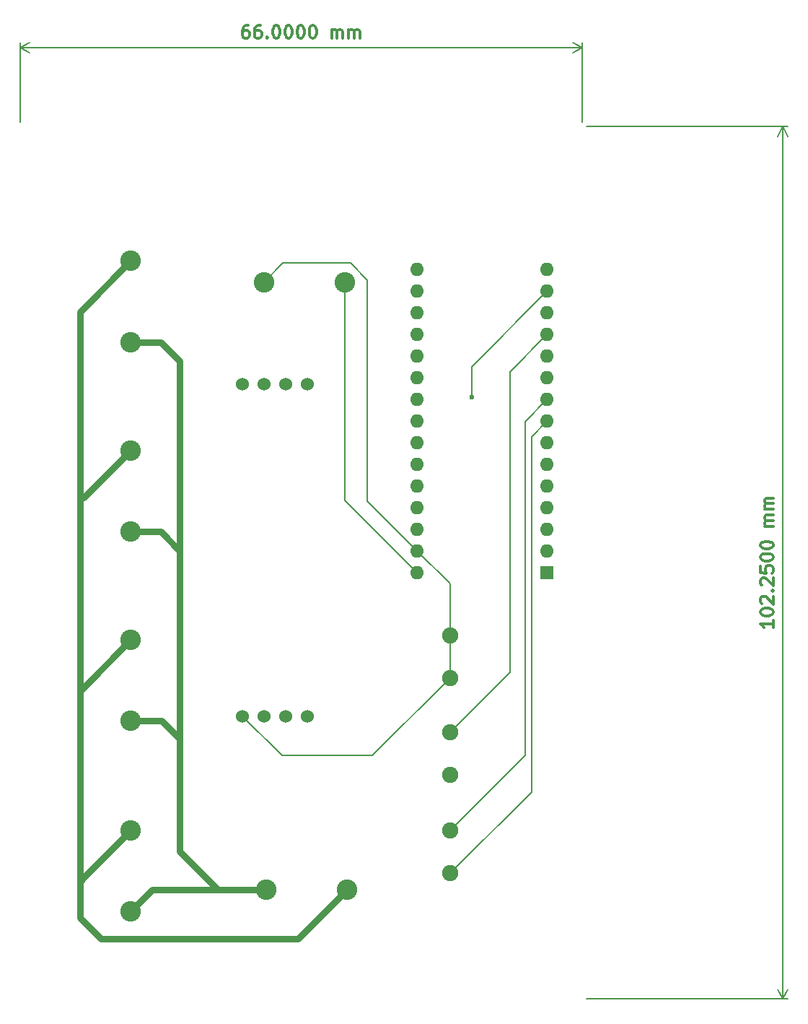
<source format=gbr>
%TF.GenerationSoftware,KiCad,Pcbnew,8.0.2-1*%
%TF.CreationDate,2024-11-16T17:54:22-05:00*%
%TF.ProjectId,JB_PCB,4a425f50-4342-42e6-9b69-6361645f7063,rev?*%
%TF.SameCoordinates,Original*%
%TF.FileFunction,Copper,L1,Top*%
%TF.FilePolarity,Positive*%
%FSLAX46Y46*%
G04 Gerber Fmt 4.6, Leading zero omitted, Abs format (unit mm)*
G04 Created by KiCad (PCBNEW 8.0.2-1) date 2024-11-16 17:54:22*
%MOMM*%
%LPD*%
G01*
G04 APERTURE LIST*
%ADD10C,0.300000*%
%TA.AperFunction,NonConductor*%
%ADD11C,0.300000*%
%TD*%
%TA.AperFunction,NonConductor*%
%ADD12C,0.200000*%
%TD*%
%TA.AperFunction,ComponentPad*%
%ADD13C,1.905000*%
%TD*%
%TA.AperFunction,ComponentPad*%
%ADD14C,1.524000*%
%TD*%
%TA.AperFunction,ComponentPad*%
%ADD15C,2.413000*%
%TD*%
%TA.AperFunction,ComponentPad*%
%ADD16O,1.600000X1.600000*%
%TD*%
%TA.AperFunction,ComponentPad*%
%ADD17R,1.600000X1.600000*%
%TD*%
%TA.AperFunction,ViaPad*%
%ADD18C,0.600000*%
%TD*%
%TA.AperFunction,Conductor*%
%ADD19C,0.200000*%
%TD*%
%TA.AperFunction,Conductor*%
%ADD20C,0.800000*%
%TD*%
G04 APERTURE END LIST*
D10*
D11*
X129285716Y-31628329D02*
X129000001Y-31628329D01*
X129000001Y-31628329D02*
X128857144Y-31699758D01*
X128857144Y-31699758D02*
X128785716Y-31771186D01*
X128785716Y-31771186D02*
X128642858Y-31985472D01*
X128642858Y-31985472D02*
X128571430Y-32271186D01*
X128571430Y-32271186D02*
X128571430Y-32842615D01*
X128571430Y-32842615D02*
X128642858Y-32985472D01*
X128642858Y-32985472D02*
X128714287Y-33056901D01*
X128714287Y-33056901D02*
X128857144Y-33128329D01*
X128857144Y-33128329D02*
X129142858Y-33128329D01*
X129142858Y-33128329D02*
X129285716Y-33056901D01*
X129285716Y-33056901D02*
X129357144Y-32985472D01*
X129357144Y-32985472D02*
X129428573Y-32842615D01*
X129428573Y-32842615D02*
X129428573Y-32485472D01*
X129428573Y-32485472D02*
X129357144Y-32342615D01*
X129357144Y-32342615D02*
X129285716Y-32271186D01*
X129285716Y-32271186D02*
X129142858Y-32199758D01*
X129142858Y-32199758D02*
X128857144Y-32199758D01*
X128857144Y-32199758D02*
X128714287Y-32271186D01*
X128714287Y-32271186D02*
X128642858Y-32342615D01*
X128642858Y-32342615D02*
X128571430Y-32485472D01*
X130714287Y-31628329D02*
X130428572Y-31628329D01*
X130428572Y-31628329D02*
X130285715Y-31699758D01*
X130285715Y-31699758D02*
X130214287Y-31771186D01*
X130214287Y-31771186D02*
X130071429Y-31985472D01*
X130071429Y-31985472D02*
X130000001Y-32271186D01*
X130000001Y-32271186D02*
X130000001Y-32842615D01*
X130000001Y-32842615D02*
X130071429Y-32985472D01*
X130071429Y-32985472D02*
X130142858Y-33056901D01*
X130142858Y-33056901D02*
X130285715Y-33128329D01*
X130285715Y-33128329D02*
X130571429Y-33128329D01*
X130571429Y-33128329D02*
X130714287Y-33056901D01*
X130714287Y-33056901D02*
X130785715Y-32985472D01*
X130785715Y-32985472D02*
X130857144Y-32842615D01*
X130857144Y-32842615D02*
X130857144Y-32485472D01*
X130857144Y-32485472D02*
X130785715Y-32342615D01*
X130785715Y-32342615D02*
X130714287Y-32271186D01*
X130714287Y-32271186D02*
X130571429Y-32199758D01*
X130571429Y-32199758D02*
X130285715Y-32199758D01*
X130285715Y-32199758D02*
X130142858Y-32271186D01*
X130142858Y-32271186D02*
X130071429Y-32342615D01*
X130071429Y-32342615D02*
X130000001Y-32485472D01*
X131500000Y-32985472D02*
X131571429Y-33056901D01*
X131571429Y-33056901D02*
X131500000Y-33128329D01*
X131500000Y-33128329D02*
X131428572Y-33056901D01*
X131428572Y-33056901D02*
X131500000Y-32985472D01*
X131500000Y-32985472D02*
X131500000Y-33128329D01*
X132500001Y-31628329D02*
X132642858Y-31628329D01*
X132642858Y-31628329D02*
X132785715Y-31699758D01*
X132785715Y-31699758D02*
X132857144Y-31771186D01*
X132857144Y-31771186D02*
X132928572Y-31914043D01*
X132928572Y-31914043D02*
X133000001Y-32199758D01*
X133000001Y-32199758D02*
X133000001Y-32556901D01*
X133000001Y-32556901D02*
X132928572Y-32842615D01*
X132928572Y-32842615D02*
X132857144Y-32985472D01*
X132857144Y-32985472D02*
X132785715Y-33056901D01*
X132785715Y-33056901D02*
X132642858Y-33128329D01*
X132642858Y-33128329D02*
X132500001Y-33128329D01*
X132500001Y-33128329D02*
X132357144Y-33056901D01*
X132357144Y-33056901D02*
X132285715Y-32985472D01*
X132285715Y-32985472D02*
X132214286Y-32842615D01*
X132214286Y-32842615D02*
X132142858Y-32556901D01*
X132142858Y-32556901D02*
X132142858Y-32199758D01*
X132142858Y-32199758D02*
X132214286Y-31914043D01*
X132214286Y-31914043D02*
X132285715Y-31771186D01*
X132285715Y-31771186D02*
X132357144Y-31699758D01*
X132357144Y-31699758D02*
X132500001Y-31628329D01*
X133928572Y-31628329D02*
X134071429Y-31628329D01*
X134071429Y-31628329D02*
X134214286Y-31699758D01*
X134214286Y-31699758D02*
X134285715Y-31771186D01*
X134285715Y-31771186D02*
X134357143Y-31914043D01*
X134357143Y-31914043D02*
X134428572Y-32199758D01*
X134428572Y-32199758D02*
X134428572Y-32556901D01*
X134428572Y-32556901D02*
X134357143Y-32842615D01*
X134357143Y-32842615D02*
X134285715Y-32985472D01*
X134285715Y-32985472D02*
X134214286Y-33056901D01*
X134214286Y-33056901D02*
X134071429Y-33128329D01*
X134071429Y-33128329D02*
X133928572Y-33128329D01*
X133928572Y-33128329D02*
X133785715Y-33056901D01*
X133785715Y-33056901D02*
X133714286Y-32985472D01*
X133714286Y-32985472D02*
X133642857Y-32842615D01*
X133642857Y-32842615D02*
X133571429Y-32556901D01*
X133571429Y-32556901D02*
X133571429Y-32199758D01*
X133571429Y-32199758D02*
X133642857Y-31914043D01*
X133642857Y-31914043D02*
X133714286Y-31771186D01*
X133714286Y-31771186D02*
X133785715Y-31699758D01*
X133785715Y-31699758D02*
X133928572Y-31628329D01*
X135357143Y-31628329D02*
X135500000Y-31628329D01*
X135500000Y-31628329D02*
X135642857Y-31699758D01*
X135642857Y-31699758D02*
X135714286Y-31771186D01*
X135714286Y-31771186D02*
X135785714Y-31914043D01*
X135785714Y-31914043D02*
X135857143Y-32199758D01*
X135857143Y-32199758D02*
X135857143Y-32556901D01*
X135857143Y-32556901D02*
X135785714Y-32842615D01*
X135785714Y-32842615D02*
X135714286Y-32985472D01*
X135714286Y-32985472D02*
X135642857Y-33056901D01*
X135642857Y-33056901D02*
X135500000Y-33128329D01*
X135500000Y-33128329D02*
X135357143Y-33128329D01*
X135357143Y-33128329D02*
X135214286Y-33056901D01*
X135214286Y-33056901D02*
X135142857Y-32985472D01*
X135142857Y-32985472D02*
X135071428Y-32842615D01*
X135071428Y-32842615D02*
X135000000Y-32556901D01*
X135000000Y-32556901D02*
X135000000Y-32199758D01*
X135000000Y-32199758D02*
X135071428Y-31914043D01*
X135071428Y-31914043D02*
X135142857Y-31771186D01*
X135142857Y-31771186D02*
X135214286Y-31699758D01*
X135214286Y-31699758D02*
X135357143Y-31628329D01*
X136785714Y-31628329D02*
X136928571Y-31628329D01*
X136928571Y-31628329D02*
X137071428Y-31699758D01*
X137071428Y-31699758D02*
X137142857Y-31771186D01*
X137142857Y-31771186D02*
X137214285Y-31914043D01*
X137214285Y-31914043D02*
X137285714Y-32199758D01*
X137285714Y-32199758D02*
X137285714Y-32556901D01*
X137285714Y-32556901D02*
X137214285Y-32842615D01*
X137214285Y-32842615D02*
X137142857Y-32985472D01*
X137142857Y-32985472D02*
X137071428Y-33056901D01*
X137071428Y-33056901D02*
X136928571Y-33128329D01*
X136928571Y-33128329D02*
X136785714Y-33128329D01*
X136785714Y-33128329D02*
X136642857Y-33056901D01*
X136642857Y-33056901D02*
X136571428Y-32985472D01*
X136571428Y-32985472D02*
X136499999Y-32842615D01*
X136499999Y-32842615D02*
X136428571Y-32556901D01*
X136428571Y-32556901D02*
X136428571Y-32199758D01*
X136428571Y-32199758D02*
X136499999Y-31914043D01*
X136499999Y-31914043D02*
X136571428Y-31771186D01*
X136571428Y-31771186D02*
X136642857Y-31699758D01*
X136642857Y-31699758D02*
X136785714Y-31628329D01*
X139071427Y-33128329D02*
X139071427Y-32128329D01*
X139071427Y-32271186D02*
X139142856Y-32199758D01*
X139142856Y-32199758D02*
X139285713Y-32128329D01*
X139285713Y-32128329D02*
X139499999Y-32128329D01*
X139499999Y-32128329D02*
X139642856Y-32199758D01*
X139642856Y-32199758D02*
X139714285Y-32342615D01*
X139714285Y-32342615D02*
X139714285Y-33128329D01*
X139714285Y-32342615D02*
X139785713Y-32199758D01*
X139785713Y-32199758D02*
X139928570Y-32128329D01*
X139928570Y-32128329D02*
X140142856Y-32128329D01*
X140142856Y-32128329D02*
X140285713Y-32199758D01*
X140285713Y-32199758D02*
X140357142Y-32342615D01*
X140357142Y-32342615D02*
X140357142Y-33128329D01*
X141071427Y-33128329D02*
X141071427Y-32128329D01*
X141071427Y-32271186D02*
X141142856Y-32199758D01*
X141142856Y-32199758D02*
X141285713Y-32128329D01*
X141285713Y-32128329D02*
X141499999Y-32128329D01*
X141499999Y-32128329D02*
X141642856Y-32199758D01*
X141642856Y-32199758D02*
X141714285Y-32342615D01*
X141714285Y-32342615D02*
X141714285Y-33128329D01*
X141714285Y-32342615D02*
X141785713Y-32199758D01*
X141785713Y-32199758D02*
X141928570Y-32128329D01*
X141928570Y-32128329D02*
X142142856Y-32128329D01*
X142142856Y-32128329D02*
X142285713Y-32199758D01*
X142285713Y-32199758D02*
X142357142Y-32342615D01*
X142357142Y-32342615D02*
X142357142Y-33128329D01*
D12*
X168500000Y-43000000D02*
X168500000Y-33663581D01*
X102500000Y-43000000D02*
X102500000Y-33663581D01*
X168500000Y-34250001D02*
X102500000Y-34250001D01*
X168500000Y-34250001D02*
X102500000Y-34250001D01*
X168500000Y-34250001D02*
X167373496Y-34836422D01*
X168500000Y-34250001D02*
X167373496Y-33663580D01*
X102500000Y-34250001D02*
X103626504Y-33663580D01*
X102500000Y-34250001D02*
X103626504Y-34836422D01*
D10*
D11*
X190878328Y-101410712D02*
X190878328Y-102267855D01*
X190878328Y-101839284D02*
X189378328Y-101839284D01*
X189378328Y-101839284D02*
X189592614Y-101982141D01*
X189592614Y-101982141D02*
X189735471Y-102124998D01*
X189735471Y-102124998D02*
X189806900Y-102267855D01*
X189378328Y-100482141D02*
X189378328Y-100339284D01*
X189378328Y-100339284D02*
X189449757Y-100196427D01*
X189449757Y-100196427D02*
X189521185Y-100124999D01*
X189521185Y-100124999D02*
X189664042Y-100053570D01*
X189664042Y-100053570D02*
X189949757Y-99982141D01*
X189949757Y-99982141D02*
X190306900Y-99982141D01*
X190306900Y-99982141D02*
X190592614Y-100053570D01*
X190592614Y-100053570D02*
X190735471Y-100124999D01*
X190735471Y-100124999D02*
X190806900Y-100196427D01*
X190806900Y-100196427D02*
X190878328Y-100339284D01*
X190878328Y-100339284D02*
X190878328Y-100482141D01*
X190878328Y-100482141D02*
X190806900Y-100624999D01*
X190806900Y-100624999D02*
X190735471Y-100696427D01*
X190735471Y-100696427D02*
X190592614Y-100767856D01*
X190592614Y-100767856D02*
X190306900Y-100839284D01*
X190306900Y-100839284D02*
X189949757Y-100839284D01*
X189949757Y-100839284D02*
X189664042Y-100767856D01*
X189664042Y-100767856D02*
X189521185Y-100696427D01*
X189521185Y-100696427D02*
X189449757Y-100624999D01*
X189449757Y-100624999D02*
X189378328Y-100482141D01*
X189521185Y-99410713D02*
X189449757Y-99339285D01*
X189449757Y-99339285D02*
X189378328Y-99196428D01*
X189378328Y-99196428D02*
X189378328Y-98839285D01*
X189378328Y-98839285D02*
X189449757Y-98696428D01*
X189449757Y-98696428D02*
X189521185Y-98624999D01*
X189521185Y-98624999D02*
X189664042Y-98553570D01*
X189664042Y-98553570D02*
X189806900Y-98553570D01*
X189806900Y-98553570D02*
X190021185Y-98624999D01*
X190021185Y-98624999D02*
X190878328Y-99482142D01*
X190878328Y-99482142D02*
X190878328Y-98553570D01*
X190735471Y-97910714D02*
X190806900Y-97839285D01*
X190806900Y-97839285D02*
X190878328Y-97910714D01*
X190878328Y-97910714D02*
X190806900Y-97982142D01*
X190806900Y-97982142D02*
X190735471Y-97910714D01*
X190735471Y-97910714D02*
X190878328Y-97910714D01*
X189521185Y-97267856D02*
X189449757Y-97196428D01*
X189449757Y-97196428D02*
X189378328Y-97053571D01*
X189378328Y-97053571D02*
X189378328Y-96696428D01*
X189378328Y-96696428D02*
X189449757Y-96553571D01*
X189449757Y-96553571D02*
X189521185Y-96482142D01*
X189521185Y-96482142D02*
X189664042Y-96410713D01*
X189664042Y-96410713D02*
X189806900Y-96410713D01*
X189806900Y-96410713D02*
X190021185Y-96482142D01*
X190021185Y-96482142D02*
X190878328Y-97339285D01*
X190878328Y-97339285D02*
X190878328Y-96410713D01*
X189378328Y-95053571D02*
X189378328Y-95767857D01*
X189378328Y-95767857D02*
X190092614Y-95839285D01*
X190092614Y-95839285D02*
X190021185Y-95767857D01*
X190021185Y-95767857D02*
X189949757Y-95625000D01*
X189949757Y-95625000D02*
X189949757Y-95267857D01*
X189949757Y-95267857D02*
X190021185Y-95125000D01*
X190021185Y-95125000D02*
X190092614Y-95053571D01*
X190092614Y-95053571D02*
X190235471Y-94982142D01*
X190235471Y-94982142D02*
X190592614Y-94982142D01*
X190592614Y-94982142D02*
X190735471Y-95053571D01*
X190735471Y-95053571D02*
X190806900Y-95125000D01*
X190806900Y-95125000D02*
X190878328Y-95267857D01*
X190878328Y-95267857D02*
X190878328Y-95625000D01*
X190878328Y-95625000D02*
X190806900Y-95767857D01*
X190806900Y-95767857D02*
X190735471Y-95839285D01*
X189378328Y-94053571D02*
X189378328Y-93910714D01*
X189378328Y-93910714D02*
X189449757Y-93767857D01*
X189449757Y-93767857D02*
X189521185Y-93696429D01*
X189521185Y-93696429D02*
X189664042Y-93625000D01*
X189664042Y-93625000D02*
X189949757Y-93553571D01*
X189949757Y-93553571D02*
X190306900Y-93553571D01*
X190306900Y-93553571D02*
X190592614Y-93625000D01*
X190592614Y-93625000D02*
X190735471Y-93696429D01*
X190735471Y-93696429D02*
X190806900Y-93767857D01*
X190806900Y-93767857D02*
X190878328Y-93910714D01*
X190878328Y-93910714D02*
X190878328Y-94053571D01*
X190878328Y-94053571D02*
X190806900Y-94196429D01*
X190806900Y-94196429D02*
X190735471Y-94267857D01*
X190735471Y-94267857D02*
X190592614Y-94339286D01*
X190592614Y-94339286D02*
X190306900Y-94410714D01*
X190306900Y-94410714D02*
X189949757Y-94410714D01*
X189949757Y-94410714D02*
X189664042Y-94339286D01*
X189664042Y-94339286D02*
X189521185Y-94267857D01*
X189521185Y-94267857D02*
X189449757Y-94196429D01*
X189449757Y-94196429D02*
X189378328Y-94053571D01*
X189378328Y-92625000D02*
X189378328Y-92482143D01*
X189378328Y-92482143D02*
X189449757Y-92339286D01*
X189449757Y-92339286D02*
X189521185Y-92267858D01*
X189521185Y-92267858D02*
X189664042Y-92196429D01*
X189664042Y-92196429D02*
X189949757Y-92125000D01*
X189949757Y-92125000D02*
X190306900Y-92125000D01*
X190306900Y-92125000D02*
X190592614Y-92196429D01*
X190592614Y-92196429D02*
X190735471Y-92267858D01*
X190735471Y-92267858D02*
X190806900Y-92339286D01*
X190806900Y-92339286D02*
X190878328Y-92482143D01*
X190878328Y-92482143D02*
X190878328Y-92625000D01*
X190878328Y-92625000D02*
X190806900Y-92767858D01*
X190806900Y-92767858D02*
X190735471Y-92839286D01*
X190735471Y-92839286D02*
X190592614Y-92910715D01*
X190592614Y-92910715D02*
X190306900Y-92982143D01*
X190306900Y-92982143D02*
X189949757Y-92982143D01*
X189949757Y-92982143D02*
X189664042Y-92910715D01*
X189664042Y-92910715D02*
X189521185Y-92839286D01*
X189521185Y-92839286D02*
X189449757Y-92767858D01*
X189449757Y-92767858D02*
X189378328Y-92625000D01*
X190878328Y-90339287D02*
X189878328Y-90339287D01*
X190021185Y-90339287D02*
X189949757Y-90267858D01*
X189949757Y-90267858D02*
X189878328Y-90125001D01*
X189878328Y-90125001D02*
X189878328Y-89910715D01*
X189878328Y-89910715D02*
X189949757Y-89767858D01*
X189949757Y-89767858D02*
X190092614Y-89696430D01*
X190092614Y-89696430D02*
X190878328Y-89696430D01*
X190092614Y-89696430D02*
X189949757Y-89625001D01*
X189949757Y-89625001D02*
X189878328Y-89482144D01*
X189878328Y-89482144D02*
X189878328Y-89267858D01*
X189878328Y-89267858D02*
X189949757Y-89125001D01*
X189949757Y-89125001D02*
X190092614Y-89053572D01*
X190092614Y-89053572D02*
X190878328Y-89053572D01*
X190878328Y-88339287D02*
X189878328Y-88339287D01*
X190021185Y-88339287D02*
X189949757Y-88267858D01*
X189949757Y-88267858D02*
X189878328Y-88125001D01*
X189878328Y-88125001D02*
X189878328Y-87910715D01*
X189878328Y-87910715D02*
X189949757Y-87767858D01*
X189949757Y-87767858D02*
X190092614Y-87696430D01*
X190092614Y-87696430D02*
X190878328Y-87696430D01*
X190092614Y-87696430D02*
X189949757Y-87625001D01*
X189949757Y-87625001D02*
X189878328Y-87482144D01*
X189878328Y-87482144D02*
X189878328Y-87267858D01*
X189878328Y-87267858D02*
X189949757Y-87125001D01*
X189949757Y-87125001D02*
X190092614Y-87053572D01*
X190092614Y-87053572D02*
X190878328Y-87053572D01*
D12*
X169000000Y-43500000D02*
X192586420Y-43500000D01*
X169000000Y-145750000D02*
X192586420Y-145750000D01*
X192000000Y-43500000D02*
X192000000Y-145750000D01*
X192000000Y-43500000D02*
X192000000Y-145750000D01*
X192000000Y-43500000D02*
X192586421Y-44626504D01*
X192000000Y-43500000D02*
X191413579Y-44626504D01*
X192000000Y-145750000D02*
X191413579Y-144623496D01*
X192000000Y-145750000D02*
X192586421Y-144623496D01*
D13*
%TO.P,PWMGND1,1,Pin_1*%
%TO.N,Net-(ARD_PWR1-Pin_1)*%
X152946200Y-108145100D03*
%TO.P,PWMGND1,2,Pin_2*%
X152946200Y-103145100D03*
%TD*%
D14*
%TO.P,U1,VCC,VCC*%
%TO.N,Net-(A1-+5V)*%
X136210000Y-112610000D03*
%TO.P,U1,RO,RO*%
%TO.N,Net-(A1-D10)*%
X136210000Y-73690000D03*
%TO.P,U1,RE,RE*%
%TO.N,Net-(A1-D12)*%
X133670000Y-73690000D03*
%TO.P,U1,GND,GND*%
%TO.N,Net-(ARD_PWR1-Pin_1)*%
X128590000Y-112610000D03*
%TO.P,U1,DI,DI*%
%TO.N,Net-(A1-D11)*%
X128590000Y-73690000D03*
%TO.P,U1,DE,DE*%
%TO.N,Net-(A1-D12)*%
X131130000Y-73690000D03*
%TO.P,U1,B*%
%TO.N,N/C*%
X133670000Y-112610000D03*
%TO.P,U1,A*%
X131130000Y-112610000D03*
%TD*%
D13*
%TO.P,PWM2,1,Pin_1*%
%TO.N,Net-(A1-D5)*%
X153000000Y-131000000D03*
%TO.P,PWM2,2,Pin_2*%
%TO.N,Net-(A1-D6)*%
X153000000Y-126000000D03*
%TD*%
D15*
%TO.P,MOT_PWR1,1,Pin_1*%
%TO.N,Net-(J2-Pin_1)*%
X131354902Y-133000000D03*
%TO.P,MOT_PWR1,2,Pin_2*%
%TO.N,Net-(J2-Pin_2)*%
X140854898Y-133000000D03*
%TD*%
%TO.P,J6,1,Pin_1*%
%TO.N,Net-(J2-Pin_1)*%
X115500000Y-135500000D03*
%TO.P,J6,2,Pin_2*%
%TO.N,Net-(J2-Pin_2)*%
X115500000Y-126000004D03*
%TD*%
%TO.P,J4,1,Pin_1*%
%TO.N,Net-(J2-Pin_1)*%
X115500000Y-113145102D03*
%TO.P,J4,2,Pin_2*%
%TO.N,Net-(J2-Pin_2)*%
X115500000Y-103645106D03*
%TD*%
%TO.P,J3,1,Pin_1*%
%TO.N,Net-(J2-Pin_1)*%
X115500000Y-91000000D03*
%TO.P,J3,2,Pin_2*%
%TO.N,Net-(J2-Pin_2)*%
X115500000Y-81500004D03*
%TD*%
%TO.P,J2,2,Pin_2*%
%TO.N,Net-(J2-Pin_2)*%
X115500000Y-59250008D03*
%TO.P,J2,1,Pin_1*%
%TO.N,Net-(J2-Pin_1)*%
X115500000Y-68750004D03*
%TD*%
%TO.P,ARD_PWR1,2,Pin_2*%
%TO.N,Net-(A1-VIN)*%
X140604898Y-61750000D03*
%TO.P,ARD_PWR1,1,Pin_1*%
%TO.N,Net-(ARD_PWR1-Pin_1)*%
X131104902Y-61750000D03*
%TD*%
D16*
%TO.P,A1,30,VIN*%
%TO.N,Net-(A1-VIN)*%
X149120000Y-95800000D03*
%TO.P,A1,29,GND*%
%TO.N,Net-(ARD_PWR1-Pin_1)*%
X149120000Y-93260000D03*
%TO.P,A1,28,~{RESET}*%
%TO.N,unconnected-(A1-~{RESET}-Pad28)*%
X149120000Y-90720000D03*
%TO.P,A1,27,+5V*%
%TO.N,Net-(A1-+5V)*%
X149120000Y-88180000D03*
%TO.P,A1,26,A7*%
%TO.N,unconnected-(A1-A7-Pad26)*%
X149120000Y-85640000D03*
%TO.P,A1,25,A6*%
%TO.N,unconnected-(A1-A6-Pad25)*%
X149120000Y-83100000D03*
%TO.P,A1,24,A5*%
%TO.N,unconnected-(A1-A5-Pad24)*%
X149120000Y-80560000D03*
%TO.P,A1,23,A4*%
%TO.N,unconnected-(A1-A4-Pad23)*%
X149120000Y-78020000D03*
%TO.P,A1,22,A3*%
%TO.N,unconnected-(A1-A3-Pad22)*%
X149120000Y-75480000D03*
%TO.P,A1,21,A2*%
%TO.N,unconnected-(A1-A2-Pad21)*%
X149120000Y-72940000D03*
%TO.P,A1,20,A1*%
%TO.N,unconnected-(A1-A1-Pad20)*%
X149120000Y-70400000D03*
%TO.P,A1,19,A0*%
%TO.N,unconnected-(A1-A0-Pad19)*%
X149120000Y-67860000D03*
%TO.P,A1,18,AREF*%
%TO.N,unconnected-(A1-AREF-Pad18)*%
X149120000Y-65320000D03*
%TO.P,A1,17,3V3*%
%TO.N,unconnected-(A1-3V3-Pad17)*%
X149120000Y-62780000D03*
%TO.P,A1,16,D13*%
%TO.N,unconnected-(A1-D13-Pad16)*%
X149120000Y-60240000D03*
%TO.P,A1,15,D12*%
%TO.N,Net-(A1-D12)*%
X164360000Y-60240000D03*
%TO.P,A1,14,D11*%
%TO.N,Net-(A1-D11)*%
X164360000Y-62780000D03*
%TO.P,A1,13,D10*%
%TO.N,Net-(A1-D10)*%
X164360000Y-65320000D03*
%TO.P,A1,12,D9*%
%TO.N,Net-(A1-D9)*%
X164360000Y-67860000D03*
%TO.P,A1,11,D8*%
%TO.N,unconnected-(A1-D8-Pad11)*%
X164360000Y-70400000D03*
%TO.P,A1,10,D7*%
%TO.N,unconnected-(A1-D7-Pad10)*%
X164360000Y-72940000D03*
%TO.P,A1,9,D6*%
%TO.N,Net-(A1-D6)*%
X164360000Y-75480000D03*
%TO.P,A1,8,D5*%
%TO.N,Net-(A1-D5)*%
X164360000Y-78020000D03*
%TO.P,A1,7,D4*%
%TO.N,unconnected-(A1-D4-Pad7)*%
X164360000Y-80560000D03*
%TO.P,A1,6,D3*%
%TO.N,Net-(A1-D3)*%
X164360000Y-83100000D03*
%TO.P,A1,5,D2*%
%TO.N,unconnected-(A1-D2-Pad5)*%
X164360000Y-85640000D03*
%TO.P,A1,4,GND*%
%TO.N,Net-(ARD_PWR1-Pin_1)*%
X164360000Y-88180000D03*
%TO.P,A1,3,~{RESET}*%
%TO.N,unconnected-(A1-~{RESET}-Pad3)*%
X164360000Y-90720000D03*
%TO.P,A1,2,D0/RX*%
%TO.N,unconnected-(A1-D0{slash}RX-Pad2)*%
X164360000Y-93260000D03*
D17*
%TO.P,A1,1,D1/TX*%
%TO.N,unconnected-(A1-D1{slash}TX-Pad1)*%
X164360000Y-95800000D03*
%TD*%
D13*
%TO.P,PWM1,1,Pin_1*%
%TO.N,Net-(A1-D3)*%
X153000000Y-119500000D03*
%TO.P,PWM1,2,Pin_2*%
%TO.N,Net-(A1-D9)*%
X153000000Y-114500000D03*
%TD*%
D18*
%TO.N,Net-(A1-D11)*%
X155500000Y-75250000D03*
%TD*%
D19*
%TO.N,Net-(A1-D11)*%
X155500000Y-75250000D02*
X155500000Y-71640000D01*
X155500000Y-71640000D02*
X164360000Y-62780000D01*
%TO.N,Net-(ARD_PWR1-Pin_1)*%
X128590000Y-112610000D02*
X133230000Y-117250000D01*
X133230000Y-117250000D02*
X143841300Y-117250000D01*
X143841300Y-117250000D02*
X152946200Y-108145100D01*
%TO.N,Net-(A1-D9)*%
X153000000Y-114500000D02*
X160000000Y-107500000D01*
X160000000Y-107500000D02*
X160000000Y-72220000D01*
X160000000Y-72220000D02*
X164360000Y-67860000D01*
%TO.N,Net-(A1-D5)*%
X153000000Y-131000000D02*
X162500000Y-121500000D01*
X162500000Y-121500000D02*
X162500000Y-79880000D01*
X162500000Y-79880000D02*
X164360000Y-78020000D01*
%TO.N,Net-(A1-D6)*%
X153000000Y-126000000D02*
X161750000Y-117250000D01*
X161750000Y-117250000D02*
X161750000Y-78090000D01*
X161750000Y-78090000D02*
X164360000Y-75480000D01*
%TO.N,Net-(ARD_PWR1-Pin_1)*%
X152946200Y-103145100D02*
X152946200Y-97086200D01*
X152946200Y-97086200D02*
X149120000Y-93260000D01*
X152946200Y-108145100D02*
X152946200Y-103145100D01*
X131104902Y-61750000D02*
X133354902Y-59500000D01*
X141250000Y-59500000D02*
X143250000Y-61500000D01*
X143250000Y-87390000D02*
X149120000Y-93260000D01*
X133354902Y-59500000D02*
X141250000Y-59500000D01*
X143250000Y-61500000D02*
X143250000Y-87390000D01*
%TO.N,Net-(A1-VIN)*%
X140604898Y-61750000D02*
X140604898Y-87284898D01*
X140604898Y-87284898D02*
X149120000Y-95800000D01*
D20*
%TO.N,Net-(J2-Pin_1)*%
X125750000Y-133000000D02*
X118000000Y-133000000D01*
X118000000Y-133000000D02*
X115500000Y-135500000D01*
X131354902Y-133000000D02*
X125750000Y-133000000D01*
X125750000Y-133000000D02*
X121250000Y-128500000D01*
X121250000Y-71000000D02*
X119000004Y-68750004D01*
X119000004Y-68750004D02*
X115500000Y-68750004D01*
%TO.N,Net-(J2-Pin_2)*%
X109500000Y-132000000D02*
X109500000Y-136250000D01*
X112000000Y-138750000D02*
X135104898Y-138750000D01*
X109500000Y-136250000D02*
X112000000Y-138750000D01*
X135104898Y-138750000D02*
X140854898Y-133000000D01*
X109500000Y-132000000D02*
X109500000Y-131250000D01*
X110250000Y-131250000D02*
X109500000Y-132000000D01*
X110250004Y-131250000D02*
X110250000Y-131250000D01*
X109500000Y-131250000D02*
X109500000Y-109750000D01*
X115500000Y-126000004D02*
X110250004Y-131250000D01*
X109500000Y-109645106D02*
X109500000Y-109750000D01*
X109500000Y-109750000D02*
X109500000Y-87000000D01*
X115500000Y-103645106D02*
X109500000Y-109645106D01*
X109500000Y-87000000D02*
X109500000Y-65250008D01*
X115500000Y-81500004D02*
X110000004Y-87000000D01*
X110000004Y-87000000D02*
X109500000Y-87000000D01*
X109500000Y-65250008D02*
X115500000Y-59250008D01*
%TO.N,Net-(J2-Pin_1)*%
X121250000Y-71000000D02*
X121250000Y-93250000D01*
X121250000Y-93250000D02*
X121250000Y-115250000D01*
X119000000Y-91000000D02*
X121250000Y-93250000D01*
X115500000Y-91000000D02*
X119000000Y-91000000D01*
X115500000Y-113145102D02*
X119145102Y-113145102D01*
X119145102Y-113145102D02*
X121250000Y-115250000D01*
X121250000Y-115250000D02*
X121250000Y-128500000D01*
%TD*%
M02*

</source>
